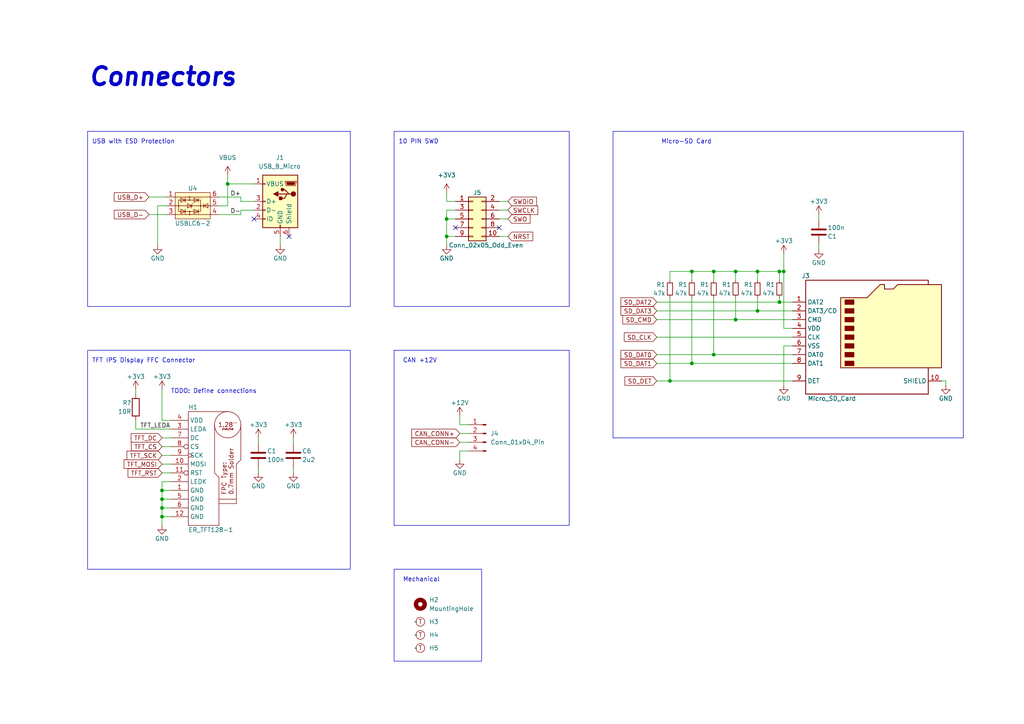
<source format=kicad_sch>
(kicad_sch (version 20230121) (generator eeschema)
  (paper "A4")
  (title_block (date "2023-08-02") (rev "R1") (company "s-grundner"))
  (lib_symbols
    (symbol "Connector:Conn_01x04_Pin" (pin_names (offset 1.016) hide)
      (property "Reference" "J" (at 0 5.08 0))
      (property "Value" "Conn_01x04_Pin" (at 0 -7.62 0))
      (symbol "Conn_01x04_Pin_1_1"
        (polyline (pts (xy 1.27 -5.08) (xy 0.8636 -5.08)) (stroke (width 0.1524)))
        (polyline (pts (xy 1.27 -2.54) (xy 0.8636 -2.54)) (stroke (width 0.1524)))
        (polyline (pts (xy 1.27 0) (xy 0.8636 0)) (stroke (width 0.1524)))
        (polyline (pts (xy 1.27 2.54) (xy 0.8636 2.54)) (stroke (width 0.1524)))
        (rectangle (start 0.8636 -4.953) (end 0 -5.207) (stroke (width 0.1524)) (fill (type outline)))
        (rectangle (start 0.8636 -2.413) (end 0 -2.667) (stroke (width 0.1524)) (fill (type outline)))
        (rectangle (start 0.8636 0.127) (end 0 -0.127) (stroke (width 0.1524)) (fill (type outline)))
        (rectangle (start 0.8636 2.667) (end 0 2.413) (stroke (width 0.1524)) (fill (type outline)))
        (pin passive line (at 5.08 2.54 180) (length 3.81) (name "Pin_1") (number "1"))
        (pin passive line (at 5.08 0 180) (length 3.81) (name "Pin_2") (number "2"))
        (pin passive line (at 5.08 -2.54 180) (length 3.81) (name "Pin_3") (number "3"))
        (pin passive line (at 5.08 -5.08 180) (length 3.81) (name "Pin_4") (number "4"))
      )
    )
    (symbol "Connector:Micro_SD_Card_Det1"
      (property "Reference" "J" (at -16.51 17.78 0))
      (property "Value" "Micro_SD_Card_Det1" (at 16.51 17.78 0))
      (property "LCSC Part #" "C428492" (at 0 0 0))
      (symbol "Micro_SD_Card_Det1_0_1"
        (rectangle (start -7.62 -6.985) (end -5.08 -8.255) (stroke (width 0.254)) (fill (type outline)))
        (rectangle (start -7.62 -4.445) (end -5.08 -5.715) (stroke (width 0.254)) (fill (type outline)))
        (rectangle (start -7.62 -1.905) (end -5.08 -3.175) (stroke (width 0.254)) (fill (type outline)))
        (rectangle (start -7.62 0.635) (end -5.08 -0.635) (stroke (width 0.254)) (fill (type outline)))
        (rectangle (start -7.62 3.175) (end -5.08 1.905) (stroke (width 0.254)) (fill (type outline)))
        (rectangle (start -7.62 5.715) (end -5.08 4.445) (stroke (width 0.254)) (fill (type outline)))
        (rectangle (start -7.62 8.255) (end -5.08 6.985) (stroke (width 0.254)) (fill (type outline)))
        (rectangle (start -7.62 10.795) (end -5.08 9.525) (stroke (width 0.254)) (fill (type outline)))
        (polyline (pts (xy 16.51 15.24) (xy 16.51 16.51) (xy -19.05 16.51) (xy -19.05 -16.51) (xy 16.51 -16.51) (xy 16.51 -8.89)) (stroke (width 0.254)))
        (polyline (pts (xy -8.89 -8.89) (xy -8.89 11.43) (xy -1.27 11.43) (xy 2.54 15.24) (xy 3.81 15.24) (xy 3.81 13.97) (xy 6.35 13.97) (xy 7.62 15.24) (xy 20.32 15.24) (xy 20.32 -8.89) (xy -8.89 -8.89)) (stroke (width 0.254)) (fill (type background)))
      )
      (symbol "Micro_SD_Card_Det1_1_1"
        (pin bidirectional line (at -22.86 10.16 0) (length 3.81) (name "DAT2") (number "1"))
        (pin passive line (at 20.32 -12.7 180) (length 3.81) (name "SHIELD") (number "10"))
        (pin bidirectional line (at -22.86 7.62 0) (length 3.81) (name "DAT3/CD") (number "2"))
        (pin input line (at -22.86 5.08 0) (length 3.81) (name "CMD") (number "3"))
        (pin power_in line (at -22.86 2.54 0) (length 3.81) (name "VDD") (number "4"))
        (pin input line (at -22.86 0 0) (length 3.81) (name "CLK") (number "5"))
        (pin power_in line (at -22.86 -2.54 0) (length 3.81) (name "VSS") (number "6"))
        (pin bidirectional line (at -22.86 -5.08 0) (length 3.81) (name "DAT0") (number "7"))
        (pin bidirectional line (at -22.86 -7.62 0) (length 3.81) (name "DAT1") (number "8"))
        (pin passive line (at -22.86 -12.7 0) (length 3.81) (name "DET") (number "9"))
      )
    )
    (symbol "Connector:USB_B_Micro" (pin_names (offset 1.016))
      (property "Reference" "J" (at -5.08 11.43 0))
      (property "Value" "USB_B_Micro" (at -5.08 8.89 0))
      (symbol "USB_B_Micro_0_1"
        (rectangle (start -5.08 -7.62) (end 5.08 7.62) (stroke (width 0.254)) (fill (type background)))
        (circle (center -3.81 2.159) (radius 0.635) (stroke (width 0.254)) (fill (type outline)))
        (circle (center -0.635 3.429) (radius 0.381) (stroke (width 0.254)) (fill (type outline)))
        (rectangle (start -0.127 -7.62) (end 0.127 -6.858))
        (polyline (pts (xy -1.905 2.159) (xy 0.635 2.159)) (stroke (width 0.254)))
        (polyline (pts (xy -3.175 2.159) (xy -2.54 2.159) (xy -1.27 3.429) (xy -0.635 3.429)) (stroke (width 0.254)))
        (polyline (pts (xy -2.54 2.159) (xy -1.905 2.159) (xy -1.27 0.889) (xy 0 0.889)) (stroke (width 0.254)))
        (polyline (pts (xy 0.635 2.794) (xy 0.635 1.524) (xy 1.905 2.159) (xy 0.635 2.794)) (stroke (width 0.254)) (fill (type outline)))
        (polyline (pts (xy -4.318 5.588) (xy -1.778 5.588) (xy -2.032 4.826) (xy -4.064 4.826) (xy -4.318 5.588)) (fill (type outline)))
        (polyline (pts (xy -4.699 5.842) (xy -4.699 5.588) (xy -4.445 4.826) (xy -4.445 4.572) (xy -1.651 4.572) (xy -1.651 4.826) (xy -1.397 5.588) (xy -1.397 5.842) (xy -4.699 5.842)))
        (rectangle (start 0.254 1.27) (end -0.508 0.508) (stroke (width 0.254)) (fill (type outline)))
        (rectangle (start 5.08 -5.207) (end 4.318 -4.953))
        (rectangle (start 5.08 -2.667) (end 4.318 -2.413))
        (rectangle (start 5.08 -0.127) (end 4.318 0.127))
        (rectangle (start 5.08 4.953) (end 4.318 5.207))
      )
      (symbol "USB_B_Micro_1_1"
        (pin power_out line (at 7.62 5.08 180) (length 2.54) (name "VBUS") (number "1"))
        (pin bidirectional line (at 7.62 -2.54 180) (length 2.54) (name "D-") (number "2"))
        (pin bidirectional line (at 7.62 0 180) (length 2.54) (name "D+") (number "3"))
        (pin passive line (at 7.62 -5.08 180) (length 2.54) (name "ID") (number "4"))
        (pin power_out line (at 0 -10.16 90) (length 2.54) (name "GND") (number "5"))
        (pin passive line (at -2.54 -10.16 90) (length 2.54) (name "Shield") (number "6"))
      )
    )
    (symbol "Connector_Generic:Conn_02x05_Odd_Even" (pin_names (offset 1.016) hide)
      (property "Reference" "J" (at 1.27 7.62 0))
      (property "Value" "Conn_02x05_Odd_Even" (at 1.27 -7.62 0))
      (symbol "Conn_02x05_Odd_Even_1_1"
        (rectangle (start -1.27 -4.953) (end 0 -5.207) (stroke (width 0.1524)))
        (rectangle (start -1.27 -2.413) (end 0 -2.667) (stroke (width 0.1524)))
        (rectangle (start -1.27 0.127) (end 0 -0.127) (stroke (width 0.1524)))
        (rectangle (start -1.27 2.667) (end 0 2.413) (stroke (width 0.1524)))
        (rectangle (start -1.27 5.207) (end 0 4.953) (stroke (width 0.1524)))
        (rectangle (start -1.27 6.35) (end 3.81 -6.35) (stroke (width 0.254)) (fill (type background)))
        (rectangle (start 3.81 -4.953) (end 2.54 -5.207) (stroke (width 0.1524)))
        (rectangle (start 3.81 -2.413) (end 2.54 -2.667) (stroke (width 0.1524)))
        (rectangle (start 3.81 0.127) (end 2.54 -0.127) (stroke (width 0.1524)))
        (rectangle (start 3.81 2.667) (end 2.54 2.413) (stroke (width 0.1524)))
        (rectangle (start 3.81 5.207) (end 2.54 4.953) (stroke (width 0.1524)))
        (pin passive line (at -5.08 5.08 0) (length 3.81) (name "Pin_1") (number "1"))
        (pin passive line (at 7.62 -5.08 180) (length 3.81) (name "Pin_10") (number "10"))
        (pin passive line (at 7.62 5.08 180) (length 3.81) (name "Pin_2") (number "2"))
        (pin passive line (at -5.08 2.54 0) (length 3.81) (name "Pin_3") (number "3"))
        (pin passive line (at 7.62 2.54 180) (length 3.81) (name "Pin_4") (number "4"))
        (pin passive line (at -5.08 0 0) (length 3.81) (name "Pin_5") (number "5"))
        (pin passive line (at 7.62 0 180) (length 3.81) (name "Pin_6") (number "6"))
        (pin passive line (at -5.08 -2.54 0) (length 3.81) (name "Pin_7") (number "7"))
        (pin passive line (at 7.62 -2.54 180) (length 3.81) (name "Pin_8") (number "8"))
        (pin passive line (at -5.08 -5.08 0) (length 3.81) (name "Pin_9") (number "9"))
      )
    )
    (symbol "Device:C" (pin_numbers hide) (pin_names (offset 0.254))
      (property "Reference" "C" (at 0.635 2.54 0))
      (property "Value" "C" (at 0.635 -2.54 0))
      (symbol "C_0_1"
        (polyline (pts (xy -2.032 -0.762) (xy 2.032 -0.762)) (stroke (width 0.508)))
        (polyline (pts (xy -2.032 0.762) (xy 2.032 0.762)) (stroke (width 0.508)))
      )
      (symbol "C_1_1"
        (pin passive line (at 0 3.81 270) (length 2.794) (name "~") (number "1"))
        (pin passive line (at 0 -3.81 90) (length 2.794) (name "~") (number "2"))
      )
    )
    (symbol "Device:R" (pin_numbers hide) (pin_names (offset 0))
      (property "Reference" "R" (at 2.032 0 90))
      (property "Value" "R" (at 0 0 90))
      (symbol "R_0_1"
        (rectangle (start -1.016 -2.54) (end 1.016 2.54) (stroke (width 0.254)))
      )
      (symbol "R_1_1"
        (pin passive line (at 0 3.81 270) (length 1.27) (name "~") (number "1"))
        (pin passive line (at 0 -3.81 90) (length 1.27) (name "~") (number "2"))
      )
    )
    (symbol "Device:R_Small" (pin_numbers hide) (pin_names (offset 0.254) hide)
      (property "Reference" "R" (at 0.762 0.508 0))
      (property "Value" "R_Small" (at 0.762 -1.016 0))
      (symbol "R_Small_0_1"
        (rectangle (start -0.762 1.778) (end 0.762 -1.778) (stroke (width 0.2032)))
      )
      (symbol "R_Small_1_1"
        (pin passive line (at 0 2.54 270) (length 0.762) (name "~") (number "1"))
        (pin passive line (at 0 -2.54 90) (length 0.762) (name "~") (number "2"))
      )
    )
    (symbol "Display_Graphic:ER_TFT128-1"
      (property "Reference" "H" (at 10.16 1.27 0))
      (property "Value" "ER_TFT128-1" (at 10.16 -35.56 0))
      (symbol "ER_TFT128-1_0_0"
        (text "" (at 21.59 -15.24 0) (effects (font (size 1.27 1.27))))
      )
      (symbol "ER_TFT128-1_0_1"
        (polyline (pts (xy 19.05 -26.67) (xy 19.05 -15.24)))
        (polyline (pts (xy 19.05 -15.24) (xy 20.32 -13.97) (xy 20.32 -3.81)))
        (circle (center 16.51 -3.81) (radius 3.81))
      )
      (symbol "ER_TFT128-1_1_1"
        (polyline (pts (xy 13.97 -26.67) (xy 19.05 -26.67)) (fill (type outline)))
        (polyline (pts (xy 16.51 0) (xy 5.08 0)))
        (polyline (pts (xy 17.78 0) (xy 17.78 0)))
        (polyline (pts (xy 19.05 -25.4) (xy 13.97 -25.4)))
        (polyline (pts (xy 12.7 -3.81) (xy 12.7 -17.78) (xy 13.97 -19.05)))
        (polyline (pts (xy 5.08 0) (xy 5.08 -33.02) (xy 13.97 -33.02) (xy 13.97 -19.05)))
        (text "1.28''" (at 16.51 -3.81 0) (effects (font (size 1.27 1.27))))
        (text "240x240" (at 16.51 -5.08 0) (effects (font (size 0.508 0.508))))
        (text "FPC Type:\n0.7mm Solder\n" (at 16.51 -24.13 900) (effects (font (size 1.27 1.27)) (justify left)))
        (pin passive line (at 0 -22.86 0) (length 5.08) (name "GND") (number "1"))
        (pin passive line (at 0 -15.24 0) (length 5.08) (name "MOSI") (number "10"))
        (pin passive inverted (at 0 -17.78 0) (length 5.08) (name "RST") (number "11"))
        (pin passive line (at 0 -30.48 0) (length 5.08) (name "GND") (number "12"))
        (pin passive line (at 0 -20.32 0) (length 5.08) (name "LEDK") (number "2"))
        (pin passive line (at 0 -5.08 0) (length 5.08) (name "LEDA") (number "3"))
        (pin passive line (at 0 -2.54 0) (length 5.08) (name "VDD") (number "4"))
        (pin passive line (at 0 -25.4 0) (length 5.08) (name "GND") (number "5"))
        (pin passive line (at 0 -27.94 0) (length 5.08) (name "GND") (number "6"))
        (pin passive line (at 0 -7.62 0) (length 5.08) (name "DC") (number "7"))
        (pin passive inverted (at 0 -10.16 0) (length 5.08) (name "CS") (number "8"))
        (pin passive clock (at 0 -12.7 0) (length 5.08) (name "SCK") (number "9"))
      )
    )
    (symbol "JLC:Tooling_Hole"
      (property "Reference" "H" (at 0 2.54 0))
      (symbol "Tooling_Hole_0_1"
        (circle (center 0 0) (radius 1.27))
      )
      (symbol "Tooling_Hole_1_1"
        (text "T" (at 0 0 0) (effects (font (size 1.27 1.27))))
      )
    )
    (symbol "Mechanical:MountingHole" (pin_names (offset 1.016))
      (property "Reference" "H" (at 0 5.08 0))
      (property "Value" "MountingHole" (at 0 3.175 0))
      (symbol "MountingHole_0_1"
        (circle (center 0 0) (radius 1.27) (stroke (width 1.27)))
      )
    )
    (symbol "Power_Protection:WE-TVS-82400102"
      (property "Reference" "U" (at 0 7.62 0))
      (property "Value" "WE-TVS-82400102" (at 0 5.08 0))
      (symbol "WE-TVS-82400102_0_1"
        (rectangle (start -5.08 3.81) (end 5.08 -3.81) (fill (type background)))
        (circle (center -4.064 0) (radius 0.127))
        (rectangle (start -4.064 1.651) (end 2.286 -1.651))
        (circle (center -0.889 -2.54) (radius 0.127))
        (circle (center -0.889 -1.651) (radius 0.127))
        (circle (center -0.889 1.651) (radius 0.127))
        (circle (center -0.889 2.54) (radius 0.127))
        (polyline (pts (xy -5.08 -2.54) (xy 5.08 -2.54)))
        (polyline (pts (xy -5.08 2.54) (xy 5.08 2.54)))
        (polyline (pts (xy -4.064 0) (xy -5.08 0)))
        (polyline (pts (xy -4.064 0) (xy 2.286 0)) (fill (type outline)))
        (polyline (pts (xy -2.159 -1.016) (xy -2.159 -2.286)))
        (polyline (pts (xy -2.159 2.286) (xy -2.159 1.016)))
        (polyline (pts (xy -0.889 -1.651) (xy -0.889 -2.413)))
        (polyline (pts (xy -0.889 1.651) (xy -0.889 2.54)))
        (polyline (pts (xy -0.508 -0.635) (xy -0.508 -0.635)))
        (polyline (pts (xy 1.651 -1.016) (xy 1.651 -2.286)))
        (polyline (pts (xy 1.651 2.286) (xy 1.651 1.016)))
        (polyline (pts (xy 2.286 0) (xy 5.08 0)))
        (polyline (pts (xy -3.429 -1.016) (xy -3.429 -2.286) (xy -2.159 -1.651) (xy -3.429 -1.016)))
        (polyline (pts (xy -3.429 1.016) (xy -3.429 2.286) (xy -2.159 1.651) (xy -3.429 1.016)))
        (polyline (pts (xy 0 0.635) (xy -0.254 0.381) (xy -0.254 -0.381) (xy -0.508 -0.635)))
        (polyline (pts (xy 0.381 -1.016) (xy 0.381 -2.286) (xy 1.651 -1.651) (xy 0.381 -1.016)))
        (polyline (pts (xy 0.381 1.016) (xy 0.381 2.286) (xy 1.651 1.651) (xy 0.381 1.016)))
        (circle (center 2.286 0) (radius 0.127))
      )
      (symbol "WE-TVS-82400102_1_1"
        (polyline (pts (xy 3.175 0.635) (xy 3.175 -0.635)))
        (polyline (pts (xy -1.524 0.635) (xy -1.524 -0.635) (xy -0.254 0) (xy -1.524 0.635)))
        (polyline (pts (xy 4.445 0.635) (xy 4.445 -0.635) (xy 3.175 0) (xy 4.445 0.635)))
        (pin passive line (at -7.62 2.54 0) (length 2.54) (name "~") (number "1"))
        (pin passive line (at -7.62 0 0) (length 2.54) (name "~") (number "2"))
        (pin passive line (at -7.62 -2.54 0) (length 2.54) (name "~") (number "3"))
        (pin passive line (at 7.62 -2.54 180) (length 2.54) (name "~") (number "4"))
        (pin passive line (at 7.62 0 180) (length 2.54) (name "~") (number "5"))
        (pin passive line (at 7.62 2.54 180) (length 2.54) (name "~") (number "6"))
      )
    )
    (symbol "power:+12V" (power) (pin_names (offset 0))
      (property "Value" "+12V" (at 0 3.556 0))
      (symbol "+12V_0_1"
        (polyline (pts (xy -0.762 1.27) (xy 0 2.54)))
        (polyline (pts (xy 0 0) (xy 0 2.54)))
        (polyline (pts (xy 0 2.54) (xy 0.762 1.27)))
      )
      (symbol "+12V_1_1"
        (pin power_in line (at 0 0 90) (length 0) hide (name "+12V") (number "1"))
      )
    )
    (symbol "power:+3V3" (power) (pin_names (offset 0))
      (property "Value" "+3V3" (at 0 3.556 0))
      (symbol "+3V3_0_1"
        (polyline (pts (xy -0.762 1.27) (xy 0 2.54)))
        (polyline (pts (xy 0 0) (xy 0 2.54)))
        (polyline (pts (xy 0 2.54) (xy 0.762 1.27)))
      )
      (symbol "+3V3_1_1"
        (pin power_in line (at 0 0 90) (length 0) hide (name "+3V3") (number "1"))
      )
    )
    (symbol "power:GND" (power) (pin_names (offset 0))
      (property "Value" "GND" (at 0 -3.81 0))
      (symbol "GND_0_1"
        (polyline (pts (xy 0 0) (xy 0 -1.27) (xy 1.27 -1.27) (xy 0 -2.54) (xy -1.27 -1.27) (xy 0 -1.27)))
      )
      (symbol "GND_1_1"
        (pin power_in line (at 0 0 270) (length 0) hide (name "GND") (number "1"))
      )
    )
    (symbol "power:VBUS" (power) (pin_names (offset 0))
      (property "Value" "VBUS" (at 0 3.81 0))
      (symbol "VBUS_0_1"
        (polyline (pts (xy -0.762 1.27) (xy 0 2.54)))
        (polyline (pts (xy 0 0) (xy 0 2.54)))
        (polyline (pts (xy 0 2.54) (xy 0.762 1.27)))
      )
      (symbol "VBUS_1_1"
        (pin power_in line (at 0 0 90) (length 0) hide (name "VBUS") (number "1"))
      )
    )
  )
  (junction (at 207.01 102.87))
  (junction (at 200.66 78.74))
  (junction (at 226.06 78.74))
  (junction (at 219.71 90.17))
  (junction (at 213.36 78.74))
  (junction (at 213.36 92.71))
  (junction (at 226.06 87.63))
  (junction (at 200.66 105.41))
  (junction (at 46.99 149.86))
  (junction (at 66.04 53.34))
  (junction (at 46.99 144.78))
  (junction (at 46.99 147.32))
  (junction (at 207.01 78.74))
  (junction (at 129.54 63.5))
  (junction (at 46.99 142.24))
  (junction (at 227.33 78.74))
  (junction (at 129.54 68.58))
  (junction (at 219.71 78.74))
  (junction (at 194.31 110.49))
  (no_connect (at 73.66 63.5))
  (no_connect (at 144.78 66.04))
  (no_connect (at 83.82 68.58))
  (no_connect (at 132.08 66.04))
  (wire (pts (xy 46.99 139.7) (xy 46.99 142.24)))
  (wire (pts (xy 226.06 87.63) (xy 229.87 87.63)))
  (wire (pts (xy 129.54 68.58) (xy 132.08 68.58)))
  (wire (pts (xy 46.99 134.62) (xy 49.53 134.62)))
  (wire (pts (xy 190.5 110.49) (xy 194.31 110.49)))
  (wire (pts (xy 133.35 128.27) (xy 135.89 128.27)))
  (wire (pts (xy 147.32 63.5) (xy 144.78 63.5)))
  (wire (pts (xy 66.04 59.69) (xy 66.04 53.34)))
  (wire (pts (xy 39.37 124.46) (xy 49.53 124.46)))
  (wire (pts (xy 200.66 86.36) (xy 200.66 105.41)))
  (wire (pts (xy 237.49 72.39) (xy 237.49 71.12)))
  (wire (pts (xy 133.35 125.73) (xy 135.89 125.73)))
  (wire (pts (xy 226.06 78.74) (xy 226.06 81.28)))
  (wire (pts (xy 147.32 58.42) (xy 144.78 58.42)))
  (wire (pts (xy 46.99 149.86) (xy 46.99 152.4)))
  (wire (pts (xy 46.99 113.03) (xy 46.99 121.92)))
  (wire (pts (xy 194.31 86.36) (xy 194.31 110.49)))
  (wire (pts (xy 133.35 120.65) (xy 133.35 123.19)))
  (wire (pts (xy 213.36 78.74) (xy 213.36 81.28)))
  (wire (pts (xy 85.09 137.16) (xy 85.09 135.89)))
  (wire (pts (xy 213.36 86.36) (xy 213.36 92.71)))
  (wire (pts (xy 63.5 62.23) (xy 69.85 62.23)))
  (wire (pts (xy 190.5 90.17) (xy 219.71 90.17)))
  (wire (pts (xy 219.71 86.36) (xy 219.71 90.17)))
  (wire (pts (xy 133.35 123.19) (xy 135.89 123.19)))
  (wire (pts (xy 190.5 105.41) (xy 200.66 105.41)))
  (wire (pts (xy 207.01 86.36) (xy 207.01 102.87)))
  (wire (pts (xy 85.09 127) (xy 85.09 128.27)))
  (wire (pts (xy 226.06 86.36) (xy 226.06 87.63)))
  (wire (pts (xy 207.01 78.74) (xy 207.01 81.28)))
  (wire (pts (xy 46.99 144.78) (xy 46.99 147.32)))
  (wire (pts (xy 46.99 142.24) (xy 46.99 144.78)))
  (wire (pts (xy 49.53 121.92) (xy 46.99 121.92)))
  (wire (pts (xy 207.01 102.87) (xy 229.87 102.87)))
  (wire (pts (xy 74.93 127) (xy 74.93 128.27)))
  (wire (pts (xy 190.5 87.63) (xy 226.06 87.63)))
  (wire (pts (xy 69.85 57.15) (xy 69.85 58.42)))
  (wire (pts (xy 132.08 60.96) (xy 129.54 60.96)))
  (wire (pts (xy 219.71 78.74) (xy 226.06 78.74)))
  (wire (pts (xy 129.54 55.88) (xy 129.54 58.42)))
  (wire (pts (xy 229.87 95.25) (xy 227.33 95.25)))
  (wire (pts (xy 194.31 78.74) (xy 200.66 78.74)))
  (wire (pts (xy 133.35 130.81) (xy 135.89 130.81)))
  (wire (pts (xy 227.33 100.33) (xy 227.33 111.76)))
  (wire (pts (xy 273.05 110.49) (xy 274.32 110.49)))
  (wire (pts (xy 207.01 78.74) (xy 213.36 78.74)))
  (wire (pts (xy 46.99 129.54) (xy 49.53 129.54)))
  (wire (pts (xy 274.32 110.49) (xy 274.32 111.76)))
  (wire (pts (xy 43.18 62.23) (xy 48.26 62.23)))
  (wire (pts (xy 129.54 63.5) (xy 129.54 68.58)))
  (wire (pts (xy 39.37 113.03) (xy 39.37 114.3)))
  (wire (pts (xy 190.5 97.79) (xy 229.87 97.79)))
  (wire (pts (xy 49.53 142.24) (xy 46.99 142.24)))
  (wire (pts (xy 190.5 102.87) (xy 207.01 102.87)))
  (wire (pts (xy 226.06 78.74) (xy 227.33 78.74)))
  (wire (pts (xy 227.33 78.74) (xy 227.33 95.25)))
  (wire (pts (xy 69.85 58.42) (xy 73.66 58.42)))
  (wire (pts (xy 213.36 78.74) (xy 219.71 78.74)))
  (wire (pts (xy 46.99 147.32) (xy 49.53 147.32)))
  (wire (pts (xy 46.99 137.16) (xy 49.53 137.16)))
  (wire (pts (xy 200.66 78.74) (xy 200.66 81.28)))
  (wire (pts (xy 129.54 60.96) (xy 129.54 63.5)))
  (wire (pts (xy 129.54 68.58) (xy 129.54 71.12)))
  (wire (pts (xy 66.04 50.8) (xy 66.04 53.34)))
  (wire (pts (xy 74.93 137.16) (xy 74.93 135.89)))
  (wire (pts (xy 147.32 60.96) (xy 144.78 60.96)))
  (wire (pts (xy 43.18 57.15) (xy 48.26 57.15)))
  (wire (pts (xy 45.72 59.69) (xy 45.72 71.12)))
  (wire (pts (xy 39.37 124.46) (xy 39.37 121.92)))
  (wire (pts (xy 49.53 139.7) (xy 46.99 139.7)))
  (wire (pts (xy 48.26 59.69) (xy 45.72 59.69)))
  (wire (pts (xy 229.87 100.33) (xy 227.33 100.33)))
  (wire (pts (xy 69.85 62.23) (xy 69.85 60.96)))
  (wire (pts (xy 200.66 78.74) (xy 207.01 78.74)))
  (wire (pts (xy 133.35 130.81) (xy 133.35 133.35)))
  (wire (pts (xy 227.33 73.66) (xy 227.33 78.74)))
  (wire (pts (xy 194.31 110.49) (xy 229.87 110.49)))
  (wire (pts (xy 147.32 68.58) (xy 144.78 68.58)))
  (wire (pts (xy 69.85 60.96) (xy 73.66 60.96)))
  (wire (pts (xy 46.99 144.78) (xy 49.53 144.78)))
  (wire (pts (xy 219.71 90.17) (xy 229.87 90.17)))
  (wire (pts (xy 46.99 132.08) (xy 49.53 132.08)))
  (wire (pts (xy 194.31 81.28) (xy 194.31 78.74)))
  (wire (pts (xy 63.5 57.15) (xy 69.85 57.15)))
  (wire (pts (xy 46.99 127) (xy 49.53 127)))
  (wire (pts (xy 129.54 63.5) (xy 132.08 63.5)))
  (wire (pts (xy 237.49 63.5) (xy 237.49 62.23)))
  (wire (pts (xy 81.28 68.58) (xy 81.28 71.12)))
  (wire (pts (xy 66.04 53.34) (xy 73.66 53.34)))
  (wire (pts (xy 129.54 58.42) (xy 132.08 58.42)))
  (wire (pts (xy 46.99 147.32) (xy 46.99 149.86)))
  (wire (pts (xy 219.71 78.74) (xy 219.71 81.28)))
  (wire (pts (xy 190.5 92.71) (xy 213.36 92.71)))
  (wire (pts (xy 63.5 59.69) (xy 66.04 59.69)))
  (wire (pts (xy 213.36 92.71) (xy 229.87 92.71)))
  (wire (pts (xy 200.66 105.41) (xy 229.87 105.41)))
  (wire (pts (xy 46.99 149.86) (xy 49.53 149.86)))
  (rectangle (start 114.3 38.1) (end 165.1 88.9))
  (rectangle (start 114.3 101.6) (end 165.1 152.4))
  (rectangle (start 177.8 38.1) (end 279.4 127))
  (rectangle (start 25.4 101.6) (end 101.6 165.1))
  (rectangle (start 25.4 38.1) (end 101.6 88.9))
  (rectangle (start 114.3 165.1) (end 139.7 191.77))
  (text "TFT IPS Display FFC Connector" (at 26.67 105.41 0) (effects (font (size 1.27 1.27)) (justify left bottom)))
  (text "CAN +12V" (at 116.84 105.41 0) (effects (font (size 1.27 1.27)) (justify left bottom)))
  (text "Mechanical" (at 116.84 168.91 0) (effects (font (size 1.27 1.27)) (justify left bottom)))
  (text "10 PIN SWD" (at 115.57 41.91 0) (effects (font (size 1.27 1.27)) (justify left bottom)))
  (text "Micro-SD Card\n" (at 191.77 41.91 0) (effects (font (size 1.27 1.27)) (justify left bottom)))
  (text "TODO: Define connections" (at 49.53 114.3 0) (effects (font (size 1.27 1.27)) (justify left bottom)))
  (text "Connectors" (at 25.4 25.4 0) (effects (font (size 5.08 5.08) (thickness 1.016) bold italic) (justify left bottom)))
  (text "USB with ESD Protection\n" (at 26.67 41.91 0) (effects (font (size 1.27 1.27)) (justify left bottom)))
  (label "TFT_LEDA" (at 40.64 124.46 0))
  (label "D+" (at 69.85 57.15 180))
  (label "D-" (at 69.85 62.23 180))
  (global_label "TFT_DC" (shape input) (at 46.99 127 180) (property "Intersheetrefs" "${INTERSHEET_REFS}" (effects hide)))
  (global_label "CAN_CONN+" (shape input) (at 133.35 125.73 180) (property "Intersheetrefs" "${INTERSHEET_REFS}" (effects hide)))
  (global_label "NRST" (shape input) (at 147.32 68.58 0) (property "Intersheetrefs" "${INTERSHEET_REFS}" (effects hide)))
  (global_label "SD_DET" (shape input) (at 190.5 110.49 180) (property "Intersheetrefs" "${INTERSHEET_REFS}" (effects hide)))
  (global_label "SD_DAT2" (shape input) (at 190.5 87.63 180) (property "Intersheetrefs" "${INTERSHEET_REFS}" (effects hide)))
  (global_label "SD_DAT3" (shape input) (at 190.5 90.17 180) (property "Intersheetrefs" "${INTERSHEET_REFS}" (effects hide)))
  (global_label "SWO" (shape input) (at 147.32 63.5 0) (property "Intersheetrefs" "${INTERSHEET_REFS}" (effects hide)))
  (global_label "USB_D-" (shape input) (at 43.18 62.23 180) (property "Intersheetrefs" "${INTERSHEET_REFS}" (effects hide)))
  (global_label "SD_CMD" (shape input) (at 190.5 92.71 180) (property "Intersheetrefs" "${INTERSHEET_REFS}" (effects hide)))
  (global_label "TFT_MOSI" (shape input) (at 46.99 134.62 180) (property "Intersheetrefs" "${INTERSHEET_REFS}" (effects hide)))
  (global_label "TFT_SCK" (shape input) (at 46.99 132.08 180) (property "Intersheetrefs" "${INTERSHEET_REFS}" (effects hide)))
  (global_label "SWCLK" (shape input) (at 147.32 60.96 0) (property "Intersheetrefs" "${INTERSHEET_REFS}" (effects hide)))
  (global_label "TFT_CS" (shape input) (at 46.99 129.54 180) (property "Intersheetrefs" "${INTERSHEET_REFS}" (effects hide)))
  (global_label "SWDIO" (shape input) (at 147.32 58.42 0) (property "Intersheetrefs" "${INTERSHEET_REFS}" (effects hide)))
  (global_label "USB_D+" (shape input) (at 43.18 57.15 180) (property "Intersheetrefs" "${INTERSHEET_REFS}" (effects hide)))
  (global_label "SD_DAT0" (shape input) (at 190.5 102.87 180) (property "Intersheetrefs" "${INTERSHEET_REFS}" (effects hide)))
  (global_label "SD_CLK" (shape input) (at 190.5 97.79 180) (property "Intersheetrefs" "${INTERSHEET_REFS}" (effects hide)))
  (global_label "SD_DAT1" (shape input) (at 190.5 105.41 180) (property "Intersheetrefs" "${INTERSHEET_REFS}" (effects hide)))
  (global_label "CAN_CONN-" (shape input) (at 133.35 128.27 180) (property "Intersheetrefs" "${INTERSHEET_REFS}" (effects hide)))
  (global_label "TFT_RST" (shape input) (at 46.99 137.16 180) (property "Intersheetrefs" "${INTERSHEET_REFS}" (effects hide)))
  (symbol (lib_id "Device:R_Small") (at 213.36 83.82 180) (unit 1)
    (property "Reference" "R1" (at 212.09 82.55 0) (effects (justify left)))
    (property "Value" "47k" (at 212.09 85.09 0) (effects (justify left)))
    (property "Footprint" "Resistor_SMD:R_0805_2012Metric" (effects hide))
    (instances (project "STM32F4_HexGauge_V3" (path "" (reference "R1") (unit 1)) (path "" (reference "R1") (unit 1)) (path "" (reference "R13") (unit 1)) (path "" (reference "R11") (unit 1))))
  )
  (symbol (lib_id "power:GND") (at 227.33 111.76 0) (unit 1)
    (property "Reference" "#PWR06" (effects hide))
    (property "Value" "GND" (at 227.33 115.57 0))
    (instances (project "STM32F4_HexGauge_V3" (path "" (reference "#PWR06") (unit 1)) (path "" (reference "#PWR047") (unit 1))))
  )
  (symbol (lib_id "power:+3V3") (at 85.09 127 0) (unit 1)
    (property "Reference" "#PWR054" (effects hide))
    (property "Value" "+3V3" (at 85.09 123.19 0))
  )
  (symbol (lib_id "power:+3V3") (at 227.33 73.66 0) (unit 1)
    (property "Reference" "#PWR07" (effects hide))
    (property "Value" "+3V3" (at 227.33 69.85 0))
    (instances (project "STM32F4_HexGauge_V3" (path "" (reference "#PWR07") (unit 1)) (path "" (reference "#PWR042") (unit 1))))
  )
  (symbol (lib_id "JLC:Tooling_Hole") (at 121.92 180.34 0) (unit 1)
    (property "Reference" "H3" (at 124.46 180.34 0) (effects (justify left)))
    (property "Value" "~" (at 120.65 180.34 0))
    (property "Footprint" "JLC:JLC_Tooling" (effects hide))
    (property "Datasheet" "https://jlcpcb.com/help/article/47-How-to-add-tooling-holes-for-PCB-assembly-order" (effects hide))
  )
  (symbol (lib_id "Device:R_Small") (at 194.31 83.82 180) (unit 1)
    (property "Reference" "R1" (at 193.04 82.55 0) (effects (justify left)))
    (property "Value" "47k" (at 193.04 85.09 0) (effects (justify left)))
    (property "Footprint" "Resistor_SMD:R_0805_2012Metric" (effects hide))
    (instances (project "STM32F4_HexGauge_V3" (path "" (reference "R1") (unit 1)) (path "" (reference "R1") (unit 1)) (path "" (reference "R13") (unit 1)) (path "" (reference "R21") (unit 1))))
  )
  (symbol (lib_id "JLC:Tooling_Hole") (at 121.92 184.15 0) (unit 1)
    (property "Reference" "H4" (at 124.46 184.15 0) (effects (justify left)))
    (property "Value" "~" (at 120.65 184.15 0))
    (property "Footprint" "JLC:JLC_Tooling" (effects hide))
    (property "Datasheet" "https://jlcpcb.com/help/article/47-How-to-add-tooling-holes-for-PCB-assembly-order" (effects hide))
  )
  (symbol (lib_id "power:GND") (at 81.28 71.12 0) (unit 1)
    (property "Reference" "#PWR09" (effects hide))
    (property "Value" "GND" (at 81.28 74.93 0))
    (instances (project "STM32F4_HexGauge_V3" (path "" (reference "#PWR09") (unit 1)) (path "" (reference "#PWR045") (unit 1))))
  )
  (symbol (lib_id "power:+3V3") (at 129.54 55.88 0) (unit 1)
    (property "Reference" "#PWR07" (effects hide))
    (property "Value" "+3V3" (at 129.54 50.8 0))
    (instances (project "STM32F4_HexGauge_V3" (path "" (reference "#PWR07") (unit 1)) (path "" (reference "#PWR034") (unit 1))))
  )
  (symbol (lib_id "power:+3V3") (at 237.49 62.23 0) (unit 1)
    (property "Reference" "#PWR07" (effects hide))
    (property "Value" "+3V3" (at 237.49 58.42 0))
    (instances (project "STM32F4_HexGauge_V3" (path "" (reference "#PWR07") (unit 1)) (path "" (reference "#PWR043") (unit 1))))
  )
  (symbol (lib_id "power:+3V3") (at 46.99 113.03 0) (unit 1)
    (property "Reference" "#PWR051" (effects hide))
    (property "Value" "+3V3" (at 46.99 109.22 0))
  )
  (symbol (lib_id "Connector_Generic:Conn_02x05_Odd_Even") (at 137.16 63.5 0) (unit 1)
    (property "Reference" "J5" (at 138.43 55.88 0))
    (property "Value" "Conn_02x05_Odd_Even" (at 140.97 71.12 0))
    (property "Footprint" "Connector_PinHeader_1.27mm:PinHeader_2x05_P1.27mm_Vertical" (effects hide))
    (property "Dist" "Reichelt" (effects hide))
  )
  (symbol (lib_id "power:GND") (at 45.72 71.12 0) (unit 1)
    (property "Reference" "#PWR06" (effects hide))
    (property "Value" "GND" (at 45.72 74.93 0))
    (instances (project "STM32F4_HexGauge_V3" (path "" (reference "#PWR06") (unit 1)) (path "" (reference "#PWR044") (unit 1))))
  )
  (symbol (lib_id "Device:C") (at 237.49 67.31 0) (unit 1)
    (property "Reference" "C1" (at 240.03 68.58 0) (effects (justify left)))
    (property "Value" "100n" (at 240.03 66.04 0) (effects (justify left)))
    (property "Footprint" "Capacitor_SMD:C_0805_2012Metric_Pad1.18x1.45mm_HandSolder" (effects hide))
    (property "Dist" "Self" (effects hide))
    (instances (project "STM32F4_HexGauge_V3" (path "" (reference "C1") (unit 1)) (path "" (reference "C6") (unit 1)) (path "" (reference "C12") (unit 1)) (path "" (reference "C27") (unit 1))))
  )
  (symbol (lib_id "Device:R_Small") (at 226.06 83.82 180) (unit 1)
    (property "Reference" "R1" (at 224.79 82.55 0) (effects (justify left)))
    (property "Value" "47k" (at 224.79 85.09 0) (effects (justify left)))
    (property "Footprint" "Resistor_SMD:R_0805_2012Metric" (effects hide))
    (instances (project "STM32F4_HexGauge_V3" (path "" (reference "R1") (unit 1)) (path "" (reference "R1") (unit 1)) (path "" (reference "R13") (unit 1)) (path "" (reference "R8") (unit 1))))
  )
  (symbol (lib_id "Device:R_Small") (at 219.71 83.82 180) (unit 1)
    (property "Reference" "R1" (at 218.44 82.55 0) (effects (justify left)))
    (property "Value" "47k" (at 218.44 85.09 0) (effects (justify left)))
    (property "Footprint" "Resistor_SMD:R_0805_2012Metric" (effects hide))
    (instances (project "STM32F4_HexGauge_V3" (path "" (reference "R1") (unit 1)) (path "" (reference "R1") (unit 1)) (path "" (reference "R13") (unit 1)) (path "" (reference "R9") (unit 1))))
  )
  (symbol (lib_id "power:GND") (at 237.49 72.39 0) (unit 1)
    (property "Reference" "#PWR06" (effects hide))
    (property "Value" "GND" (at 237.49 76.2 0))
    (instances (project "STM32F4_HexGauge_V3" (path "" (reference "#PWR06") (unit 1)) (path "" (reference "#PWR049") (unit 1))))
  )
  (symbol (lib_id "power:+12V") (at 133.35 120.65 0) (unit 1)
    (property "Reference" "#PWR052" (effects hide))
    (property "Value" "+12V" (at 133.35 116.84 0))
  )
  (symbol (lib_id "power:GND") (at 129.54 71.12 0) (unit 1)
    (property "Reference" "#PWR06" (effects hide))
    (property "Value" "GND" (at 129.54 74.93 0))
    (instances (project "STM32F4_HexGauge_V3" (path "" (reference "#PWR06") (unit 1)) (path "" (reference "#PWR059") (unit 1))))
  )
  (symbol (lib_id "Connector:USB_B_Micro") (at 81.28 58.42 0) (mirror y) (unit 1)
    (property "Reference" "J1" (at 80.01 45.72 0) (effects (justify right)))
    (property "Value" "USB_B_Micro" (at 74.93 48.26 0) (effects (justify right)))
    (property "Footprint" "SamacSys_Parts:101181920002LF" (effects hide))
    (property "Datasheet" "https://datasheet.lcsc.com/lcsc/2206091745_XKB-Connectivity-U254-051T-4BH83-F1S_C397452.pdf" (effects hide))
    (property "LCSC Part #" "C397452" (effects hide))
    (property "Dist" "Mouser" (effects hide))
  )
  (symbol (lib_id "Device:C") (at 85.09 132.08 0) (unit 1)
    (property "Reference" "C6" (at 87.63 130.81 0) (effects (justify left)))
    (property "Value" "2u2" (at 87.63 133.35 0) (effects (justify left)))
    (property "Footprint" "Capacitor_SMD:C_0805_2012Metric_Pad1.18x1.45mm_HandSolder" (effects hide))
    (property "Dist" "Self" (effects hide))
    (instances (project "STM32F4_HexGauge_V3" (path "" (reference "C6") (unit 1)) (path "" (reference "C1") (unit 1)) (path "" (reference "C11") (unit 1)) (path "" (reference "C29") (unit 1))))
  )
  (symbol (lib_id "power:GND") (at 85.09 137.16 0) (unit 1)
    (property "Reference" "#PWR057" (effects hide))
    (property "Value" "GND" (at 85.09 140.97 0))
  )
  (symbol (lib_id "JLC:Tooling_Hole") (at 121.92 187.96 0) (unit 1)
    (property "Reference" "H5" (at 124.46 187.96 0) (effects (justify left)))
    (property "Value" "~" (at 120.65 187.96 0))
    (property "Footprint" "JLC:JLC_Tooling" (effects hide))
    (property "Datasheet" "https://jlcpcb.com/help/article/47-How-to-add-tooling-holes-for-PCB-assembly-order" (effects hide))
  )
  (symbol (lib_id "Device:R_Small") (at 200.66 83.82 180) (unit 1)
    (property "Reference" "R1" (at 199.39 82.55 0) (effects (justify left)))
    (property "Value" "47k" (at 199.39 85.09 0) (effects (justify left)))
    (property "Footprint" "Resistor_SMD:R_0805_2012Metric" (effects hide))
    (instances (project "STM32F4_HexGauge_V3" (path "" (reference "R1") (unit 1)) (path "" (reference "R1") (unit 1)) (path "" (reference "R13") (unit 1)) (path "" (reference "R20") (unit 1))))
  )
  (symbol (lib_id "Device:R") (at 39.37 118.11 0) (unit 1)
    (property "Reference" "R?" (at 38.1 116.84 0) (effects (justify right)))
    (property "Value" "10R" (at 38.1 119.38 0) (effects (justify right)))
    (property "Footprint" "Resistor_SMD:R_0805_2012Metric_Pad1.20x1.40mm_HandSolder" (effects hide))
    (property "Dist" "Self" (effects hide))
    (instances (project "CTN" (path "" (reference "R?") (unit 1))) (project "STM32F4_HexGauge_V3" (path "" (reference "R17") (unit 1))) (project "FastHexGauge" (path "" (reference "R4") (unit 1)) (path "" (reference "R6") (unit 1))))
  )
  (symbol (lib_id "Device:C") (at 74.93 132.08 0) (unit 1)
    (property "Reference" "C1" (at 77.47 130.81 0) (effects (justify left)))
    (property "Value" "100n" (at 77.47 133.35 0) (effects (justify left)))
    (property "Footprint" "Capacitor_SMD:C_0805_2012Metric_Pad1.18x1.45mm_HandSolder" (effects hide))
    (property "Dist" "Self" (effects hide))
    (instances (project "STM32F4_HexGauge_V3" (path "" (reference "C1") (unit 1)) (path "" (reference "C6") (unit 1)) (path "" (reference "C12") (unit 1)) (path "" (reference "C28") (unit 1))))
  )
  (symbol (lib_id "Display_Graphic:ER_TFT128-1") (at 49.53 119.38 0) (unit 1)
    (property "Reference" "H1" (at 54.61 118.11 0) (effects (justify left)))
    (property "Value" "ER_TFT128-1" (at 54.61 153.67 0) (effects (justify left)))
    (property "Footprint" "Display:ER_TFT128-1" (effects hide))
    (property "Datasheet" "https://www.buydisplay.com/download/manual/ER-TFT1.28-1_Datasheet.pdf" (effects hide))
    (property "Dist" "Buydisplay" (effects hide))
  )
  (symbol (lib_id "power:+3V3") (at 74.93 127 0) (unit 1)
    (property "Reference" "#PWR053" (effects hide))
    (property "Value" "+3V3" (at 74.93 123.19 0))
  )
  (symbol (lib_id "Mechanical:MountingHole") (at 121.92 175.26 0) (unit 1)
    (property "Reference" "H2" (at 124.46 173.99 0) (effects (justify left)))
    (property "Value" "MountingHole" (at 124.46 176.53 0) (effects (justify left)))
    (property "Footprint" "MountingHole:MountingHole_3.2mm_M3_Pad_Via" (effects hide))
  )
  (symbol (lib_id "Power_Protection:WE-TVS-82400102") (at 55.88 59.69 0) (unit 1)
    (property "Reference" "U4" (at 55.88 54.61 0))
    (property "Value" "USBLC6-2" (at 55.88 64.77 0))
    (property "Footprint" "Package_TO_SOT_SMD:SOT-23-6" (effects hide))
    (property "Datasheet" "https://www.st.com/resource/en/datasheet/usblc6-2.pdf" (effects hide))
    (property "LCSC Part #" "C7519" (effects hide))
    (property "Dist" "Mouser" (effects hide))
    (instances (project "STM32F4_HexGauge_V3" (path "" (reference "U4") (unit 1)) (path "" (reference "U6") (unit 1)) (path "" (reference "U4") (unit 1))))
  )
  (symbol (lib_id "power:+3V3") (at 39.37 113.03 0) (unit 1)
    (property "Reference" "#PWR050" (effects hide))
    (property "Value" "+3V3" (at 39.37 109.22 0))
  )
  (symbol (lib_id "Device:R_Small") (at 207.01 83.82 180) (unit 1)
    (property "Reference" "R1" (at 205.74 82.55 0) (effects (justify left)))
    (property "Value" "47k" (at 205.74 85.09 0) (effects (justify left)))
    (property "Footprint" "Resistor_SMD:R_0805_2012Metric" (effects hide))
    (instances (project "STM32F4_HexGauge_V3" (path "" (reference "R1") (unit 1)) (path "" (reference "R1") (unit 1)) (path "" (reference "R13") (unit 1)) (path "" (reference "R19") (unit 1))))
  )
  (symbol (lib_id "Connector:Micro_SD_Card_Det1") (at 252.73 97.79 0) (unit 1)
    (property "Reference" "J3" (at 233.68 80.01 0))
    (property "Value" "Micro_SD_Card" (at 241.3 115.57 0))
    (property "Footprint" "SamacSys_Parts:503398-1892" (effects hide))
    (property "Datasheet" "https://datasheet.lcsc.com/lcsc/1912111437_MOLEX-5033981892_C428492.pdf" (effects hide))
    (property "LCSC Part #" "C428492" (effects hide))
    (property "Dist" "Mouser" (effects hide))
  )
  (symbol (lib_id "power:VBUS") (at 66.04 50.8 0) (unit 1)
    (property "Reference" "#PWR08" (effects hide))
    (property "Value" "VBUS" (at 66.04 45.72 0))
    (instances (project "STM32F4_HexGauge_V3" (path "" (reference "#PWR08") (unit 1)) (path "" (reference "#PWR040") (unit 1))))
  )
  (symbol (lib_id "Connector:Conn_01x04_Pin") (at 140.97 125.73 0) (mirror y) (unit 1)
    (property "Reference" "J4" (at 142.24 125.73 0) (effects (justify right)))
    (property "Value" "Conn_01x04_Pin" (at 142.24 128.27 0) (effects (justify right)))
    (property "Footprint" "Connector_Molex:Molex_Micro-Latch_53253-0470_1x04_P2.00mm_Vertical" (effects hide))
    (property "Dist" "Reichelt" (effects hide))
  )
  (symbol (lib_id "power:GND") (at 46.99 152.4 0) (unit 1)
    (property "Reference" "#PWR058" (effects hide))
    (property "Value" "GND" (at 46.99 156.21 0))
  )
  (symbol (lib_id "power:GND") (at 74.93 137.16 0) (unit 1)
    (property "Reference" "#PWR056" (effects hide))
    (property "Value" "GND" (at 74.93 140.97 0))
  )
  (symbol (lib_id "power:GND") (at 274.32 111.76 0) (unit 1)
    (property "Reference" "#PWR06" (effects hide))
    (property "Value" "GND" (at 274.32 115.57 0))
    (instances (project "STM32F4_HexGauge_V3" (path "" (reference "#PWR06") (unit 1)) (path "" (reference "#PWR048") (unit 1))))
  )
  (symbol (lib_id "power:GND") (at 133.35 133.35 0) (unit 1)
    (property "Reference" "#PWR055" (effects hide))
    (property "Value" "GND" (at 133.35 137.16 0))
  )
)
</source>
